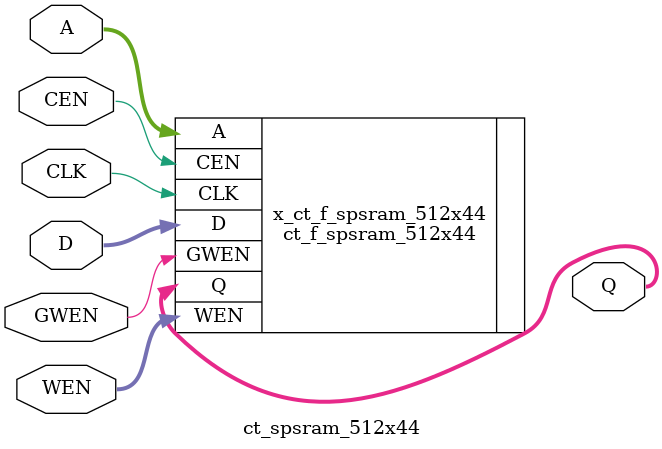
<source format=v>
/*Copyright 2019-2021 T-Head Semiconductor Co., Ltd.

Licensed under the Apache License, Version 2.0 (the "License");
you may not use this file except in compliance with the License.
You may obtain a copy of the License at

    http://www.apache.org/licenses/LICENSE-2.0

Unless required by applicable law or agreed to in writing, software
distributed under the License is distributed on an "AS IS" BASIS,
WITHOUT WARRANTIES OR CONDITIONS OF ANY KIND, either express or implied.
See the License for the specific language governing permissions and
limitations under the License.
*/

// &ModuleBeg; @22
module ct_spsram_512x44(
  A,
  CEN,
  CLK,
  D,
  GWEN,
  Q,
  WEN
);

// &Ports; @23
input   [8 :0]  A;
input           CEN;
input           CLK;
input   [43:0]  D;
input           GWEN;
input   [43:0]  WEN;
output  [43:0]  Q;

// &Regs; @24

// &Wires; @25
wire    [8 :0]  A;
wire            CEN;
wire            CLK;
wire    [43:0]  D;
wire            GWEN;
wire    [43:0]  Q;
wire    [43:0]  WEN;


//**********************************************************
//                  Parameter Definition
//**********************************************************
parameter ADDR_WIDTH = 9;
parameter DATA_WIDTH = 44;
parameter WE_WIDTH   = 44;

// &Force("bus","Q",DATA_WIDTH-1,0); @34
// &Force("bus","WEN",WE_WIDTH-1,0); @35
// &Force("bus","A",ADDR_WIDTH-1,0); @36
// &Force("bus","D",DATA_WIDTH-1,0); @37

  //********************************************************
  //*                        FPGA memory                   *
  //********************************************************
  //{WEN[43,22],WEN[21:0}}
//   &Instance("ct_f_spsram_512x44"); @44
ct_f_spsram_512x44  x_ct_f_spsram_512x44 (
  .A    (A   ),
  .CEN  (CEN ),
  .CLK  (CLK ),
  .D    (D   ),
  .GWEN (GWEN),
  .Q    (Q   ),
  .WEN  (WEN )
);

//   &Instance("ct_tsmc_spsram_512x44"); @50

// &ModuleEnd; @66
endmodule



</source>
